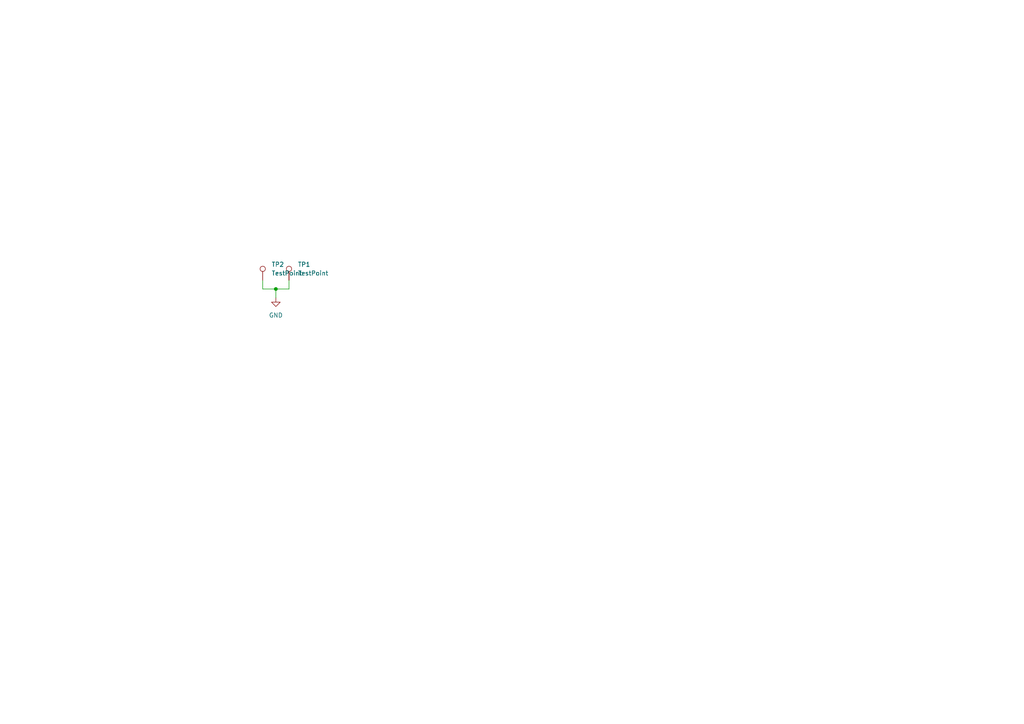
<source format=kicad_sch>
(kicad_sch (version 20211123) (generator eeschema)
  (paper "A4")
  (lib_symbols
    (symbol "Connector:TestPoint" (pin_numbers hide) (pin_names (offset 0.762) hide)
      (property "Reference" "TP" (at 0 6.858 0))
      (property "Value" "TestPoint" (at 0 5.08 0))
      (symbol "TestPoint_0_1"
        (circle (center 0 3.302) (radius 0.762))
      )
      (symbol "TestPoint_1_1"
        (pin passive line (at 0 0 90) (length 2.54) (name "1") (number "1"))
      )
    )
    (symbol "power:GND" (power) (pin_names (offset 0))
      (property "Value" "GND" (at 0 -3.81 0))
      (symbol "GND_0_1"
        (polyline (pts (xy 0 0) (xy 0 -1.27) (xy 1.27 -1.27) (xy 0 -2.54) (xy -1.27 -1.27) (xy 0 -1.27)))
      )
      (symbol "GND_1_1"
        (pin power_in line (at 0 0 270) (length 0) hide (name "GND") (number "1"))
      )
    )
  )
  (junction (at 80.01 83.82))
  (wire (pts (xy 76.2 83.82) (xy 80.01 83.82)))
  (wire (pts (xy 80.01 83.82) (xy 83.82 83.82)))
  (wire (pts (xy 83.82 83.82) (xy 83.82 81.28)))
  (wire (pts (xy 80.01 83.82) (xy 80.01 86.36)))
  (wire (pts (xy 76.2 81.28) (xy 76.2 83.82)))
  (symbol (lib_id "Connector:TestPoint") (at 76.2 81.28 0) (unit 1)
    (property "Reference" "TP2" (at 78.74 76.7079 0) (effects (justify left)))
    (property "Value" "TestPoint" (at 78.74 79.2479 0) (effects (justify left)))
    (property "Footprint" "TestPoint:TestPoint_Pad_1.0x1.0mm" (effects hide))
  )
  (symbol (lib_id "Connector:TestPoint") (at 83.82 81.28 0) (unit 1)
    (property "Reference" "TP1" (at 86.36 76.7079 0) (effects (justify left)))
    (property "Value" "TestPoint" (at 86.36 79.2479 0) (effects (justify left)))
    (property "Footprint" "TestPoint:TestPoint_Pad_1.0x1.0mm" (effects hide))
  )
  (symbol (lib_id "power:GND") (at 80.01 86.36 0) (unit 1)
    (property "Reference" "#PWR0101" (effects hide))
    (property "Value" "GND" (at 80.01 91.44 0))
  )
)
</source>
